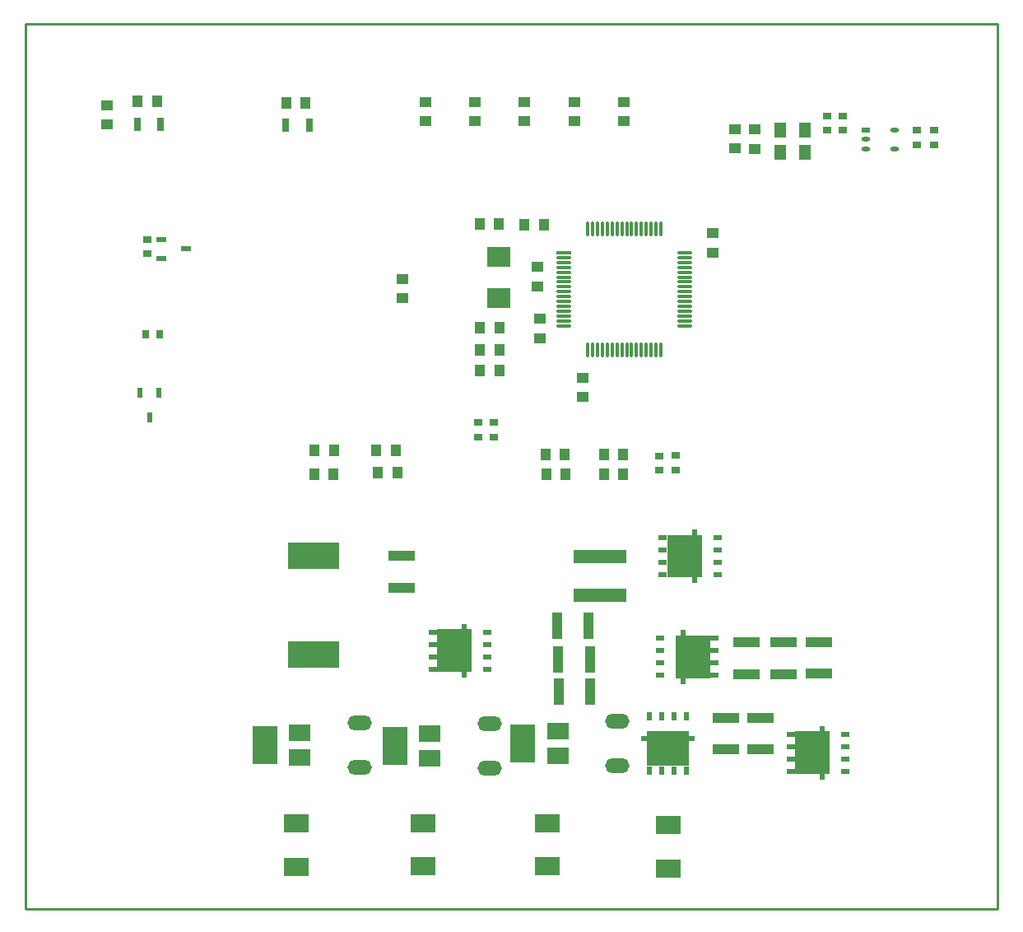
<source format=gtp>
%FSLAX25Y25*%
%MOIN*%
G70*
G01*
G75*
G04 Layer_Color=8421504*
%ADD10R,0.03347X0.02756*%
%ADD11O,0.06299X0.01181*%
%ADD12R,0.06299X0.01181*%
%ADD13O,0.01181X0.06299*%
%ADD14R,0.05000X0.06000*%
%ADD15R,0.02756X0.03347*%
%ADD16R,0.05118X0.03937*%
%ADD17R,0.10630X0.03937*%
%ADD18R,0.03543X0.02126*%
%ADD19R,0.01969X0.06299*%
%ADD20R,0.14410X0.07874*%
%ADD21R,0.14410X0.09843*%
%ADD22R,0.21654X0.05630*%
%ADD23R,0.03937X0.10630*%
%ADD24R,0.20866X0.11024*%
%ADD25R,0.03937X0.05118*%
%ADD26R,0.09843X0.15748*%
%ADD27R,0.08661X0.07087*%
%ADD28O,0.09843X0.05906*%
%ADD29R,0.10000X0.07500*%
%ADD30R,0.02126X0.03543*%
%ADD31R,0.06299X0.01969*%
%ADD32R,0.07874X0.14410*%
%ADD33R,0.09843X0.14410*%
%ADD34R,0.02559X0.05315*%
%ADD35R,0.09449X0.08268*%
%ADD36O,0.03543X0.01969*%
%ADD37O,0.03543X0.01969*%
%ADD38R,0.03543X0.01969*%
%ADD39R,0.02362X0.03937*%
%ADD40R,0.03937X0.02362*%
%ADD41C,0.01000*%
%ADD42C,0.00800*%
%ADD43C,0.03000*%
%ADD44C,0.01500*%
%ADD45C,0.04000*%
%ADD46C,0.01200*%
%ADD47C,0.02000*%
%ADD48C,0.10000*%
%ADD49C,0.08000*%
%ADD50C,0.05000*%
%ADD51R,0.10571X0.09351*%
%ADD52R,0.10871X0.13938*%
%ADD53R,0.06400X0.08900*%
%ADD54R,0.08600X0.43171*%
%ADD55R,0.10722X0.08773*%
%ADD56R,0.28371X0.07471*%
%ADD57R,0.07400X0.15300*%
%ADD58R,0.44271X0.10500*%
%ADD59R,0.12367X0.05271*%
%ADD60R,0.10200X0.04900*%
%ADD61R,0.04000X0.18600*%
%ADD62R,0.18900X0.05200*%
%ADD63R,0.07300X0.29900*%
%ADD64R,0.24300X1.56600*%
%ADD65R,0.50200X0.62200*%
%ADD66R,0.24100X0.17400*%
%ADD67R,0.25624X0.17093*%
%ADD68R,0.23600X0.17400*%
%ADD69R,0.05906X0.05906*%
%ADD70C,0.05906*%
%ADD71O,0.06000X0.10000*%
%ADD72R,0.06000X0.10000*%
%ADD73O,0.11811X0.09843*%
%ADD74R,0.11811X0.09843*%
%ADD75O,0.05906X0.09843*%
%ADD76R,0.05906X0.09843*%
%ADD77R,0.09843X0.11811*%
%ADD78O,0.09843X0.11811*%
%ADD79R,0.05906X0.05906*%
%ADD80C,0.06693*%
%ADD81C,0.05500*%
%ADD82O,0.07874X0.15748*%
%ADD83C,0.05512*%
%ADD84C,0.03000*%
%ADD85C,0.02000*%
%ADD86C,0.04000*%
%ADD87O,0.05500X0.02500*%
%ADD88R,0.05500X0.02500*%
%ADD89O,0.01181X0.02756*%
%ADD90O,0.02756X0.01181*%
%ADD91R,0.13386X0.07087*%
%ADD92R,0.09100X0.04600*%
%ADD93R,0.04000X0.22000*%
%ADD94R,0.18000X0.06400*%
%ADD95R,0.05200X0.25200*%
%ADD96R,0.18400X0.60700*%
%ADD97R,0.24600X1.31200*%
%ADD98R,0.50100X0.62100*%
%ADD99C,0.00394*%
%ADD100C,0.00500*%
%ADD101C,0.00787*%
%ADD102C,0.00591*%
%ADD103R,0.04724X0.02756*%
%ADD104R,0.01968X0.03543*%
D10*
X183200Y-167399D02*
D03*
Y-161493D02*
D03*
X368061Y-43194D02*
D03*
Y-49100D02*
D03*
X189600Y-161493D02*
D03*
Y-167399D02*
D03*
X256600Y-180905D02*
D03*
Y-175000D02*
D03*
X263200Y-174894D02*
D03*
Y-180800D02*
D03*
X49200Y-93200D02*
D03*
Y-87295D02*
D03*
X331061Y-37300D02*
D03*
Y-43205D02*
D03*
X360838Y-49100D02*
D03*
Y-43194D02*
D03*
X324761Y-43200D02*
D03*
Y-37295D02*
D03*
D11*
X217900Y-100674D02*
D03*
Y-94769D02*
D03*
Y-96737D02*
D03*
Y-98706D02*
D03*
Y-102643D02*
D03*
Y-104611D02*
D03*
Y-106579D02*
D03*
Y-108548D02*
D03*
Y-110517D02*
D03*
Y-112485D02*
D03*
Y-114453D02*
D03*
X267113Y-122328D02*
D03*
Y-120359D02*
D03*
Y-118391D02*
D03*
Y-116422D02*
D03*
Y-114453D02*
D03*
Y-112485D02*
D03*
Y-110517D02*
D03*
Y-108548D02*
D03*
Y-106579D02*
D03*
Y-104611D02*
D03*
Y-102643D02*
D03*
Y-100674D02*
D03*
Y-98706D02*
D03*
Y-96737D02*
D03*
Y-94769D02*
D03*
Y-92800D02*
D03*
X217900Y-116422D02*
D03*
Y-120359D02*
D03*
Y-118391D02*
D03*
Y-122328D02*
D03*
D12*
Y-92800D02*
D03*
D13*
X227743Y-132170D02*
D03*
X229711D02*
D03*
X231680D02*
D03*
X233648D02*
D03*
X235617D02*
D03*
X237585D02*
D03*
X239554D02*
D03*
X241522D02*
D03*
X243491D02*
D03*
X245459D02*
D03*
X247428D02*
D03*
X249396D02*
D03*
X251365D02*
D03*
X253333D02*
D03*
X255302D02*
D03*
X257270D02*
D03*
Y-82958D02*
D03*
X255302D02*
D03*
X253333D02*
D03*
X251365D02*
D03*
X249396D02*
D03*
X247428D02*
D03*
X245459D02*
D03*
X243491D02*
D03*
X241522D02*
D03*
X239554D02*
D03*
X237585D02*
D03*
X235617D02*
D03*
X233648D02*
D03*
X231680D02*
D03*
X229711D02*
D03*
X227743D02*
D03*
D14*
X305661Y-52000D02*
D03*
Y-43000D02*
D03*
X315761Y-52100D02*
D03*
Y-43100D02*
D03*
D15*
X48472Y-125900D02*
D03*
X54377D02*
D03*
D16*
X295200Y-42900D02*
D03*
Y-50774D02*
D03*
X287400Y-42700D02*
D03*
Y-50574D02*
D03*
X242177Y-31700D02*
D03*
Y-39574D02*
D03*
X222152D02*
D03*
Y-31700D02*
D03*
X162077D02*
D03*
Y-39574D02*
D03*
X152677Y-111200D02*
D03*
Y-103326D02*
D03*
X182102Y-31700D02*
D03*
Y-39574D02*
D03*
X202127Y-31700D02*
D03*
Y-39574D02*
D03*
X207200Y-106300D02*
D03*
Y-98426D02*
D03*
X208200Y-119426D02*
D03*
Y-127300D02*
D03*
X225600Y-143326D02*
D03*
Y-151200D02*
D03*
X278300Y-92774D02*
D03*
Y-84900D02*
D03*
X33077Y-40874D02*
D03*
Y-33000D02*
D03*
D17*
X321177Y-263100D02*
D03*
Y-250305D02*
D03*
X292077Y-263300D02*
D03*
Y-250505D02*
D03*
X306977Y-263400D02*
D03*
Y-250605D02*
D03*
X283477Y-293800D02*
D03*
Y-281005D02*
D03*
X152177Y-215600D02*
D03*
Y-228395D02*
D03*
X297477Y-293800D02*
D03*
Y-281005D02*
D03*
D18*
X278955Y-258938D02*
D03*
Y-248938D02*
D03*
X256917D02*
D03*
X278955Y-263938D02*
D03*
X256917Y-258938D02*
D03*
Y-263938D02*
D03*
X278955Y-253938D02*
D03*
X256917D02*
D03*
X258099Y-213162D02*
D03*
Y-223162D02*
D03*
X280137D02*
D03*
X258099Y-208162D02*
D03*
X280137Y-213162D02*
D03*
Y-208162D02*
D03*
X258099Y-218162D02*
D03*
X280137D02*
D03*
X309899Y-292662D02*
D03*
Y-302662D02*
D03*
X331937D02*
D03*
X309899Y-287662D02*
D03*
X331937Y-292662D02*
D03*
Y-287662D02*
D03*
X309899Y-297662D02*
D03*
X331937D02*
D03*
X164999Y-251362D02*
D03*
Y-261362D02*
D03*
X187037D02*
D03*
X164999Y-246362D02*
D03*
X187037Y-251362D02*
D03*
Y-246362D02*
D03*
X164999Y-256362D02*
D03*
X187037D02*
D03*
D19*
X266169Y-248564D02*
D03*
Y-264312D02*
D03*
X270885Y-223536D02*
D03*
Y-207788D02*
D03*
X322685Y-303036D02*
D03*
Y-287288D02*
D03*
X177785Y-261736D02*
D03*
Y-245988D02*
D03*
D20*
X270205Y-251817D02*
D03*
X266850Y-220283D02*
D03*
X318650Y-299783D02*
D03*
X173750Y-258483D02*
D03*
D21*
X270205Y-260059D02*
D03*
X266850Y-212041D02*
D03*
X318650Y-291541D02*
D03*
X173750Y-250241D02*
D03*
D22*
X232777Y-231606D02*
D03*
Y-215700D02*
D03*
D23*
X228077Y-243800D02*
D03*
X215282D02*
D03*
X228677Y-270300D02*
D03*
X215882D02*
D03*
X228477Y-257300D02*
D03*
X215682D02*
D03*
D24*
X116777Y-215536D02*
D03*
Y-255300D02*
D03*
D25*
X218677Y-182474D02*
D03*
X210803D02*
D03*
X242077Y-182374D02*
D03*
X234203D02*
D03*
X142600Y-181900D02*
D03*
X150474D02*
D03*
X218377Y-174300D02*
D03*
X210503D02*
D03*
X242077D02*
D03*
X234203D02*
D03*
X142000Y-172900D02*
D03*
X149874D02*
D03*
X53177Y-31300D02*
D03*
X45303D02*
D03*
X184000Y-140500D02*
D03*
X191874D02*
D03*
X113400Y-32100D02*
D03*
X105526D02*
D03*
X191674Y-81100D02*
D03*
X183800D02*
D03*
X191974Y-123000D02*
D03*
X184100D02*
D03*
X191974Y-132200D02*
D03*
X184100D02*
D03*
X209974Y-81300D02*
D03*
X202100D02*
D03*
X116826Y-182400D02*
D03*
X124700D02*
D03*
X117026Y-172900D02*
D03*
X124900D02*
D03*
D26*
X201298Y-291500D02*
D03*
X149498Y-292400D02*
D03*
X96798Y-292200D02*
D03*
D27*
X215471Y-286579D02*
D03*
X215471Y-296421D02*
D03*
X163671Y-287479D02*
D03*
X163671Y-297321D02*
D03*
X110971Y-287279D02*
D03*
X110971Y-297121D02*
D03*
D28*
X239683Y-282445D02*
D03*
Y-300555D02*
D03*
X187883Y-283345D02*
D03*
Y-301455D02*
D03*
X135183Y-283145D02*
D03*
Y-301255D02*
D03*
D29*
X161026Y-341200D02*
D03*
Y-323700D02*
D03*
X211174Y-341200D02*
D03*
Y-323700D02*
D03*
X109677Y-341300D02*
D03*
Y-323800D02*
D03*
X260177Y-342000D02*
D03*
Y-324500D02*
D03*
D30*
X257656Y-302350D02*
D03*
X267656D02*
D03*
Y-280313D02*
D03*
X252656Y-302350D02*
D03*
X257656Y-280313D02*
D03*
X252656D02*
D03*
X262656Y-302350D02*
D03*
Y-280313D02*
D03*
D31*
X268030Y-289565D02*
D03*
X252282D02*
D03*
D32*
X264777Y-293600D02*
D03*
D33*
X256535D02*
D03*
D34*
X54626Y-40800D02*
D03*
X45177D02*
D03*
X114849Y-41100D02*
D03*
X105400D02*
D03*
D35*
X191700Y-110968D02*
D03*
Y-94432D02*
D03*
D36*
X340238Y-50680D02*
D03*
Y-46940D02*
D03*
X352049Y-50680D02*
D03*
D37*
Y-43200D02*
D03*
D38*
X340238D02*
D03*
D39*
X54077Y-149600D02*
D03*
X50140Y-159442D02*
D03*
X46203Y-149600D02*
D03*
D40*
X55077Y-87300D02*
D03*
X64920Y-91237D02*
D03*
X55077Y-95174D02*
D03*
D41*
X0Y-33D02*
X393701D01*
X0Y-358301D02*
Y-33D01*
Y-358301D02*
X393701D01*
Y-33D01*
M02*

</source>
